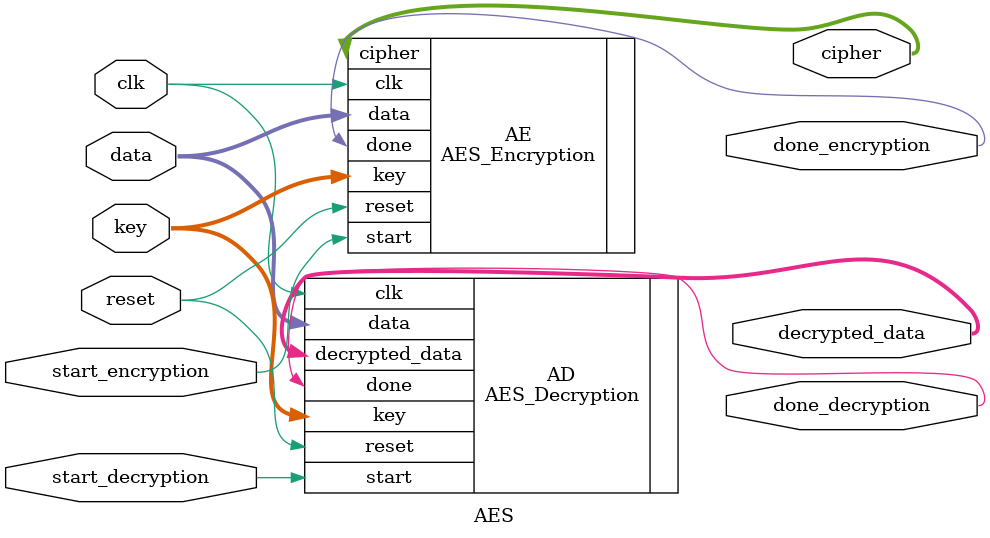
<source format=v>
`timescale 1ns / 1ps


module AES(
    input [127:0] data,
    input [127:0] key,
    output done_encryption,
    output done_decryption,
    input start_encryption,
    input start_decryption,
    input clk,
    input reset,
    output [127:0] cipher,
    output [127:0] decrypted_data
    );
    AES_Encryption AE(
    .data(data),
    .key(key),
    .reset(reset),
    .done(done_encryption),
    .start(start_encryption),
    .clk(clk),
    .cipher(cipher)
    );
    AES_Decryption AD(
    .data(data),
    .key(key),
    .reset(reset),
    .done(done_decryption),
    .start(start_decryption),
    .clk(clk),
    .decrypted_data(decrypted_data)
    );
endmodule

</source>
